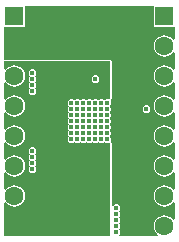
<source format=gbr>
%TF.GenerationSoftware,Altium Limited,Altium Designer,20.1.11 (218)*%
G04 Layer_Physical_Order=3*
G04 Layer_Color=16440176*
%FSLAX45Y45*%
%MOMM*%
%TF.SameCoordinates,8684D80F-3192-4470-AB3D-773AF577FA96*%
%TF.FilePolarity,Positive*%
%TF.FileFunction,Copper,L3,Inr,Signal*%
%TF.Part,Single*%
G01*
G75*
%TA.AperFunction,ComponentPad*%
%ADD21C,1.60000*%
%ADD22R,1.60000X1.60000*%
%TA.AperFunction,ViaPad*%
%ADD23C,0.45000*%
G36*
X1307000Y1815000D02*
X1483218D01*
Y1707342D01*
X1470518Y1703031D01*
X1461189Y1715189D01*
X1442388Y1729615D01*
X1420495Y1738683D01*
X1397000Y1741776D01*
X1373505Y1738683D01*
X1351612Y1729615D01*
X1332811Y1715189D01*
X1318385Y1696388D01*
X1309317Y1674495D01*
X1306224Y1651000D01*
X1309317Y1627505D01*
X1318385Y1605612D01*
X1332811Y1586811D01*
X1351612Y1572385D01*
X1373505Y1563317D01*
X1397000Y1560224D01*
X1420495Y1563317D01*
X1442388Y1572385D01*
X1461189Y1586811D01*
X1470518Y1598969D01*
X1483218Y1594658D01*
Y1453342D01*
X1470518Y1449031D01*
X1461189Y1461189D01*
X1442388Y1475615D01*
X1420495Y1484683D01*
X1397000Y1487776D01*
X1373505Y1484683D01*
X1351612Y1475615D01*
X1332811Y1461189D01*
X1318385Y1442388D01*
X1309317Y1420495D01*
X1306224Y1397000D01*
X1309317Y1373505D01*
X1318385Y1351612D01*
X1332811Y1332811D01*
X1351612Y1318385D01*
X1373505Y1309317D01*
X1397000Y1306224D01*
X1420495Y1309317D01*
X1442388Y1318385D01*
X1461189Y1332811D01*
X1470518Y1344969D01*
X1483218Y1340658D01*
Y1199342D01*
X1470518Y1195031D01*
X1461189Y1207189D01*
X1442388Y1221615D01*
X1420495Y1230683D01*
X1397000Y1233776D01*
X1373505Y1230683D01*
X1351612Y1221615D01*
X1332811Y1207189D01*
X1318385Y1188388D01*
X1309317Y1166495D01*
X1306224Y1143000D01*
X1309317Y1119505D01*
X1318385Y1097612D01*
X1332811Y1078811D01*
X1351612Y1064385D01*
X1373505Y1055317D01*
X1397000Y1052224D01*
X1420495Y1055317D01*
X1442388Y1064385D01*
X1461189Y1078811D01*
X1470518Y1090969D01*
X1483218Y1086658D01*
Y945342D01*
X1470518Y941031D01*
X1461189Y953189D01*
X1442388Y967615D01*
X1420495Y976683D01*
X1397000Y979776D01*
X1373505Y976683D01*
X1351612Y967615D01*
X1332811Y953189D01*
X1318385Y934388D01*
X1309317Y912495D01*
X1306224Y889000D01*
X1309317Y865505D01*
X1318385Y843612D01*
X1332811Y824811D01*
X1351612Y810385D01*
X1373505Y801317D01*
X1397000Y798224D01*
X1420495Y801317D01*
X1442388Y810385D01*
X1461189Y824811D01*
X1470518Y836969D01*
X1483218Y832658D01*
Y691342D01*
X1470518Y687031D01*
X1461189Y699189D01*
X1442388Y713615D01*
X1420495Y722683D01*
X1397000Y725776D01*
X1373505Y722683D01*
X1351612Y713615D01*
X1332811Y699189D01*
X1318385Y680388D01*
X1309317Y658495D01*
X1306224Y635000D01*
X1309317Y611505D01*
X1318385Y589612D01*
X1332811Y570811D01*
X1351612Y556385D01*
X1373505Y547317D01*
X1397000Y544224D01*
X1420495Y547317D01*
X1442388Y556385D01*
X1461189Y570811D01*
X1470518Y582969D01*
X1483218Y578658D01*
Y437342D01*
X1470518Y433031D01*
X1461189Y445189D01*
X1442388Y459615D01*
X1420495Y468683D01*
X1397000Y471776D01*
X1373505Y468683D01*
X1351612Y459615D01*
X1332811Y445189D01*
X1318385Y426388D01*
X1309317Y404495D01*
X1306224Y381000D01*
X1309317Y357505D01*
X1318385Y335612D01*
X1332811Y316811D01*
X1351612Y302385D01*
X1373505Y293317D01*
X1397000Y290224D01*
X1420495Y293317D01*
X1442388Y302385D01*
X1461189Y316811D01*
X1470518Y328969D01*
X1483218Y324658D01*
Y183342D01*
X1470518Y179031D01*
X1461189Y191189D01*
X1442388Y205615D01*
X1420495Y214683D01*
X1397000Y217776D01*
X1373505Y214683D01*
X1351612Y205615D01*
X1332811Y191189D01*
X1318385Y172388D01*
X1309317Y150495D01*
X1306224Y127000D01*
X1309317Y103505D01*
X1318385Y81612D01*
X1332811Y62811D01*
X1344969Y53482D01*
X1340658Y40782D01*
X1018951D01*
X1015336Y49589D01*
X1014508Y53482D01*
X1021214Y63519D01*
X1023737Y76200D01*
X1021214Y88881D01*
X1014031Y99631D01*
Y103569D01*
X1021214Y114319D01*
X1023737Y127000D01*
X1021214Y139681D01*
X1014031Y150431D01*
Y154369D01*
X1021214Y165119D01*
X1023737Y177800D01*
X1021214Y190481D01*
X1014031Y201231D01*
Y205169D01*
X1021214Y215919D01*
X1023737Y228600D01*
X1021214Y241281D01*
X1014031Y252031D01*
Y255969D01*
X1021214Y266719D01*
X1023737Y279400D01*
X1021214Y292081D01*
X1014031Y302831D01*
X1003281Y310014D01*
X990600Y312537D01*
X977919Y310014D01*
X967169Y302831D01*
X963324Y297077D01*
X950624Y300929D01*
Y826210D01*
X949997Y827723D01*
X950158Y829353D01*
X948471Y831408D01*
X947454Y833864D01*
X947219Y833962D01*
X944731Y839672D01*
X944287Y849832D01*
X945014Y850919D01*
X947537Y863600D01*
X945014Y876281D01*
X939800Y884084D01*
Y893916D01*
X945014Y901719D01*
X947537Y914400D01*
X945014Y927081D01*
X939800Y934884D01*
Y944716D01*
X945014Y952519D01*
X947537Y965200D01*
X945014Y977881D01*
X939800Y985684D01*
Y995516D01*
X945014Y1003319D01*
X947537Y1016000D01*
X945014Y1028681D01*
X939800Y1036484D01*
Y1046316D01*
X945014Y1054119D01*
X947537Y1066800D01*
X945014Y1079481D01*
X939800Y1087284D01*
Y1097116D01*
X945014Y1104919D01*
X947537Y1117600D01*
X945014Y1130281D01*
X939800Y1138084D01*
Y1147916D01*
X945014Y1155719D01*
X947537Y1168400D01*
X945014Y1181081D01*
X944287Y1182168D01*
X944731Y1192328D01*
X947219Y1198038D01*
X947454Y1198136D01*
X948471Y1200592D01*
X950158Y1202647D01*
X949997Y1204277D01*
X950624Y1205790D01*
Y1524000D01*
X947454Y1531654D01*
X939800Y1534824D01*
X40782D01*
Y1815000D01*
X217000D01*
Y1991218D01*
X1307000D01*
Y1815000D01*
D02*
G37*
G36*
X939800Y1205790D02*
X927100Y1199001D01*
X927081Y1199014D01*
X914400Y1201537D01*
X901719Y1199014D01*
X890969Y1191831D01*
X887031D01*
X876281Y1199014D01*
X863600Y1201537D01*
X850919Y1199014D01*
X840169Y1191831D01*
X836231D01*
X825481Y1199014D01*
X812800Y1201537D01*
X800119Y1199014D01*
X789369Y1191831D01*
X785431D01*
X774681Y1199014D01*
X762000Y1201537D01*
X749319Y1199014D01*
X738569Y1191831D01*
X734631D01*
X723881Y1199014D01*
X711200Y1201537D01*
X698519Y1199014D01*
X687769Y1191831D01*
X683831D01*
X673081Y1199014D01*
X660400Y1201537D01*
X647719Y1199014D01*
X636969Y1191831D01*
X633031D01*
X622281Y1199014D01*
X609600Y1201537D01*
X596919Y1199014D01*
X586169Y1191831D01*
X578986Y1181081D01*
X576463Y1168400D01*
X578986Y1155719D01*
X586169Y1144969D01*
Y1141031D01*
X578986Y1130281D01*
X576463Y1117600D01*
X578986Y1104919D01*
X586169Y1094169D01*
Y1090231D01*
X578986Y1079481D01*
X576463Y1066800D01*
X578986Y1054119D01*
X586169Y1043369D01*
Y1039431D01*
X578986Y1028681D01*
X576463Y1016000D01*
X578986Y1003319D01*
X586169Y992569D01*
Y988631D01*
X578986Y977881D01*
X576463Y965200D01*
X578986Y952519D01*
X586169Y941769D01*
Y937831D01*
X578986Y927081D01*
X576463Y914400D01*
X578986Y901719D01*
X586169Y890969D01*
Y887031D01*
X578986Y876281D01*
X576463Y863600D01*
X578986Y850919D01*
X586169Y840169D01*
X596919Y832986D01*
X609600Y830463D01*
X622281Y832986D01*
X633031Y840169D01*
X636969D01*
X647719Y832986D01*
X660400Y830463D01*
X673081Y832986D01*
X683831Y840169D01*
X687769D01*
X698519Y832986D01*
X711200Y830463D01*
X723881Y832986D01*
X734631Y840169D01*
X738569D01*
X749319Y832986D01*
X762000Y830463D01*
X774681Y832986D01*
X785431Y840169D01*
X789369D01*
X800119Y832986D01*
X812800Y830463D01*
X825481Y832986D01*
X836231Y840169D01*
X840169D01*
X850919Y832986D01*
X863600Y830463D01*
X876281Y832986D01*
X887031Y840169D01*
X890969D01*
X901719Y832986D01*
X914400Y830463D01*
X927081Y832986D01*
X927100Y832999D01*
X939800Y826210D01*
Y40782D01*
X40782D01*
Y324658D01*
X53482Y328969D01*
X62811Y316811D01*
X81612Y302385D01*
X103505Y293317D01*
X127000Y290224D01*
X150495Y293317D01*
X172388Y302385D01*
X191189Y316811D01*
X205615Y335612D01*
X214683Y357505D01*
X217776Y381000D01*
X214683Y404495D01*
X205615Y426388D01*
X191189Y445189D01*
X172388Y459615D01*
X150495Y468683D01*
X127000Y471776D01*
X103505Y468683D01*
X81612Y459615D01*
X62811Y445189D01*
X53482Y433031D01*
X40782Y437342D01*
Y578658D01*
X53482Y582969D01*
X62811Y570811D01*
X81612Y556385D01*
X103505Y547317D01*
X127000Y544224D01*
X150495Y547317D01*
X172388Y556385D01*
X191189Y570811D01*
X205615Y589612D01*
X214683Y611505D01*
X217776Y635000D01*
X214683Y658495D01*
X205615Y680388D01*
X191189Y699189D01*
X172388Y713615D01*
X150495Y722683D01*
X127000Y725776D01*
X103505Y722683D01*
X81612Y713615D01*
X62811Y699189D01*
X53482Y687031D01*
X40782Y691342D01*
Y832658D01*
X53482Y836969D01*
X62811Y824811D01*
X81612Y810385D01*
X103505Y801317D01*
X127000Y798224D01*
X150495Y801317D01*
X172388Y810385D01*
X191189Y824811D01*
X205615Y843612D01*
X214683Y865505D01*
X217776Y889000D01*
X214683Y912495D01*
X205615Y934388D01*
X191189Y953189D01*
X172388Y967615D01*
X150495Y976683D01*
X127000Y979776D01*
X103505Y976683D01*
X81612Y967615D01*
X62811Y953189D01*
X53482Y941031D01*
X40782Y945342D01*
Y1086658D01*
X53482Y1090969D01*
X62811Y1078811D01*
X81612Y1064385D01*
X103505Y1055317D01*
X127000Y1052224D01*
X150495Y1055317D01*
X172388Y1064385D01*
X191189Y1078811D01*
X205615Y1097612D01*
X214683Y1119505D01*
X217776Y1143000D01*
X214683Y1166495D01*
X205615Y1188388D01*
X191189Y1207189D01*
X172388Y1221615D01*
X150495Y1230683D01*
X127000Y1233776D01*
X103505Y1230683D01*
X81612Y1221615D01*
X62811Y1207189D01*
X53482Y1195031D01*
X40782Y1199342D01*
Y1340658D01*
X53482Y1344969D01*
X62811Y1332811D01*
X81612Y1318385D01*
X103505Y1309317D01*
X127000Y1306224D01*
X150495Y1309317D01*
X172388Y1318385D01*
X191189Y1332811D01*
X205615Y1351612D01*
X214683Y1373505D01*
X217776Y1397000D01*
X214683Y1420495D01*
X205615Y1442388D01*
X191189Y1461189D01*
X172388Y1475615D01*
X150495Y1484683D01*
X127000Y1487776D01*
X103505Y1484683D01*
X81612Y1475615D01*
X62811Y1461189D01*
X53482Y1449031D01*
X40782Y1453342D01*
Y1524000D01*
X939800D01*
Y1205790D01*
D02*
G37*
%LPC*%
G36*
X1244600Y1150737D02*
X1231919Y1148214D01*
X1221169Y1141031D01*
X1213986Y1130281D01*
X1211463Y1117600D01*
X1213986Y1104919D01*
X1221169Y1094169D01*
X1231919Y1086986D01*
X1244600Y1084463D01*
X1257281Y1086986D01*
X1268031Y1094169D01*
X1275214Y1104919D01*
X1277737Y1117600D01*
X1275214Y1130281D01*
X1268031Y1141031D01*
X1257281Y1148214D01*
X1244600Y1150737D01*
D02*
G37*
G36*
X812800Y1404737D02*
X800119Y1402214D01*
X789369Y1395031D01*
X782186Y1384281D01*
X779663Y1371600D01*
X782186Y1358919D01*
X789369Y1348169D01*
X800119Y1340986D01*
X812800Y1338463D01*
X825481Y1340986D01*
X836231Y1348169D01*
X843414Y1358919D01*
X845937Y1371600D01*
X843414Y1384281D01*
X836231Y1395031D01*
X825481Y1402214D01*
X812800Y1404737D01*
D02*
G37*
G36*
X279400Y1455537D02*
X266719Y1453014D01*
X255969Y1445831D01*
X248786Y1435081D01*
X246263Y1422400D01*
X248786Y1409719D01*
X255969Y1398969D01*
Y1395031D01*
X248786Y1384281D01*
X246263Y1371600D01*
X248786Y1358919D01*
X255969Y1348169D01*
Y1344231D01*
X248786Y1333481D01*
X246263Y1320800D01*
X248786Y1308119D01*
X255969Y1297369D01*
Y1293431D01*
X248786Y1282681D01*
X246263Y1270000D01*
X248786Y1257319D01*
X255969Y1246569D01*
X266719Y1239386D01*
X279400Y1236863D01*
X292081Y1239386D01*
X302831Y1246569D01*
X310014Y1257319D01*
X312537Y1270000D01*
X310014Y1282681D01*
X302831Y1293431D01*
Y1297369D01*
X310014Y1308119D01*
X312537Y1320800D01*
X310014Y1333481D01*
X302831Y1344231D01*
Y1348169D01*
X310014Y1358919D01*
X312537Y1371600D01*
X310014Y1384281D01*
X302831Y1395031D01*
Y1398969D01*
X310014Y1409719D01*
X312537Y1422400D01*
X310014Y1435081D01*
X302831Y1445831D01*
X292081Y1453014D01*
X279400Y1455537D01*
D02*
G37*
G36*
Y795137D02*
X266719Y792614D01*
X255969Y785431D01*
X248786Y774681D01*
X246263Y762000D01*
X248786Y749319D01*
X255969Y738569D01*
Y734631D01*
X248786Y723881D01*
X246263Y711200D01*
X248786Y698519D01*
X255969Y687769D01*
Y683831D01*
X248786Y673081D01*
X246263Y660400D01*
X248786Y647719D01*
X255969Y636969D01*
Y633031D01*
X248786Y622281D01*
X246263Y609600D01*
X248786Y596919D01*
X255969Y586169D01*
X266719Y578986D01*
X279400Y576463D01*
X292081Y578986D01*
X302831Y586169D01*
X310014Y596919D01*
X312537Y609600D01*
X310014Y622281D01*
X302831Y633031D01*
Y636969D01*
X310014Y647719D01*
X312537Y660400D01*
X310014Y673081D01*
X302831Y683831D01*
Y687769D01*
X310014Y698519D01*
X312537Y711200D01*
X310014Y723881D01*
X302831Y734631D01*
Y738569D01*
X310014Y749319D01*
X312537Y762000D01*
X310014Y774681D01*
X302831Y785431D01*
X292081Y792614D01*
X279400Y795137D01*
D02*
G37*
%LPD*%
D21*
X127000Y127000D02*
D03*
Y381000D02*
D03*
Y889000D02*
D03*
Y1397000D02*
D03*
Y1651000D02*
D03*
Y1143000D02*
D03*
Y635000D02*
D03*
X1397000Y127000D02*
D03*
Y381000D02*
D03*
Y889000D02*
D03*
Y1397000D02*
D03*
Y1651000D02*
D03*
Y1143000D02*
D03*
Y635000D02*
D03*
D22*
X127000Y1905000D02*
D03*
X1397000D02*
D03*
D23*
X1244600Y914400D02*
D03*
X508000Y1422400D02*
D03*
Y1371600D02*
D03*
Y1320800D02*
D03*
Y1270000D02*
D03*
X279400Y1422400D02*
D03*
Y1371600D02*
D03*
Y1320800D02*
D03*
Y1270000D02*
D03*
X609600Y1117600D02*
D03*
Y1066800D02*
D03*
Y1168400D02*
D03*
X812800Y1371600D02*
D03*
X1016000Y533400D02*
D03*
X914400D02*
D03*
X990600Y228600D02*
D03*
Y127000D02*
D03*
Y177800D02*
D03*
Y279400D02*
D03*
X508000Y609600D02*
D03*
X1244600Y1219200D02*
D03*
Y1117600D02*
D03*
X990600Y1473200D02*
D03*
Y76200D02*
D03*
X533400D02*
D03*
Y279400D02*
D03*
Y127000D02*
D03*
Y177800D02*
D03*
Y228600D02*
D03*
X508000Y762000D02*
D03*
Y711200D02*
D03*
Y660400D02*
D03*
X279400Y609600D02*
D03*
Y660400D02*
D03*
Y711200D02*
D03*
Y762000D02*
D03*
X660400Y965200D02*
D03*
X711200D02*
D03*
X762000D02*
D03*
Y1016000D02*
D03*
X711200D02*
D03*
X660400D02*
D03*
Y1066800D02*
D03*
X711200D02*
D03*
X762000D02*
D03*
X812800D02*
D03*
Y1016000D02*
D03*
Y965200D02*
D03*
Y914400D02*
D03*
X762000D02*
D03*
X711200D02*
D03*
X660400D02*
D03*
X609600D02*
D03*
Y965200D02*
D03*
Y1016000D02*
D03*
X863600Y1066800D02*
D03*
Y1016000D02*
D03*
Y965200D02*
D03*
Y914400D02*
D03*
Y863600D02*
D03*
X812800D02*
D03*
X762000D02*
D03*
X711200D02*
D03*
X660400D02*
D03*
X609600D02*
D03*
X914400D02*
D03*
Y914400D02*
D03*
Y965200D02*
D03*
Y1016000D02*
D03*
Y1066800D02*
D03*
Y1117600D02*
D03*
X863600D02*
D03*
X812800D02*
D03*
X762000D02*
D03*
X711200D02*
D03*
X660400D02*
D03*
X914400Y1168400D02*
D03*
X863600D02*
D03*
X812800D02*
D03*
X762000D02*
D03*
X711200D02*
D03*
X660400D02*
D03*
%TF.MD5,0087a7c8260f183a8c21f278cd8ecb21*%
M02*

</source>
